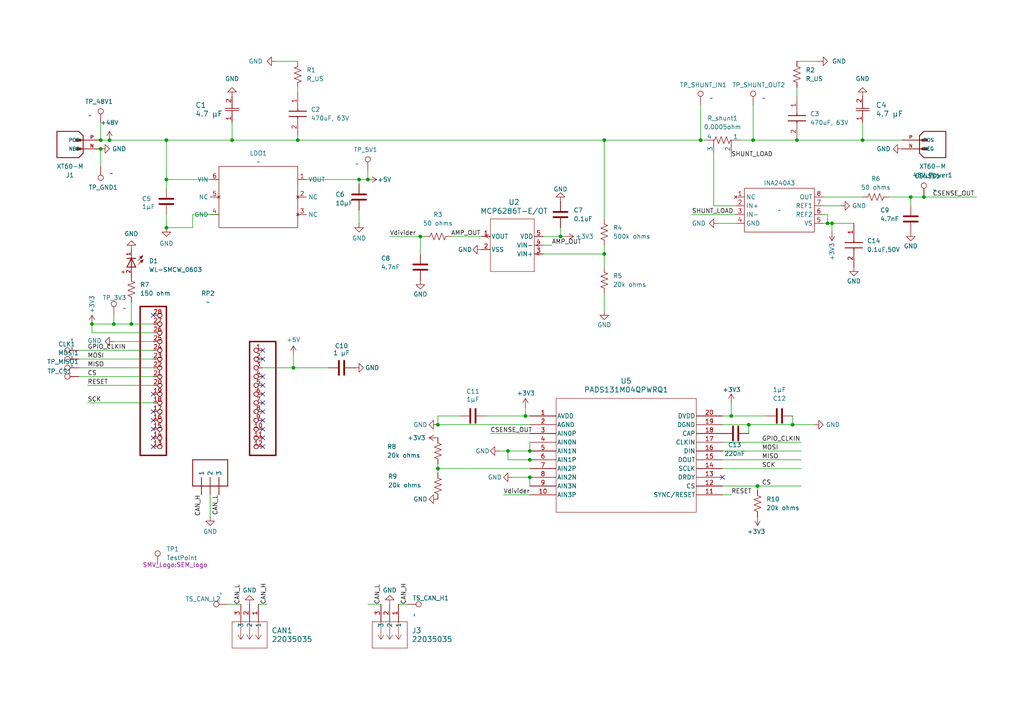
<source format=kicad_sch>
(kicad_sch (version 20231120) (generator "eeschema") (generator_version "8.0")
  (paper "A4")
  (lib_symbols
    (symbol "3-pin Mini Molex Spox_1" (pin_names (offset 0.254))
      (property "Reference" "J" (at 8.89 6.35 0))
      (property "Value" "22035035" (at -3.81 3.81 0))
      (symbol "3-pin Mini Molex Spox_1_1_1"
        (pin unspecified line (at 0 0 0) (length 5.08) (name "1") (number "1"))
        (pin unspecified line (at 0 -2.54 0) (length 5.08) (name "2") (number "2"))
        (pin unspecified line (at 0 -5.08 0) (length 5.08) (name "3") (number "3"))
      )
      (symbol "3-pin Mini Molex Spox_1_1_2"
        (pin unspecified line (at 0 0 0) (length 5.08) (name "1") (number "1"))
        (pin unspecified line (at 0 -2.54 0) (length 5.08) (name "2") (number "2"))
        (pin unspecified line (at 0 -5.08 0) (length 5.08) (name "3") (number "3"))
      )
    )
    (symbol "Connector:TestPoint" (pin_numbers hide) (pin_names (offset 0.762) hide)
      (property "Reference" "TP" (at 0 6.858 0))
      (property "Value" "TestPoint" (at 0 5.08 0))
      (symbol "TestPoint_1_1"
        (pin passive line (at 0 0 90) (length 2.54) (name "1") (number "1"))
      )
    )
    (symbol "Device:C" (pin_numbers hide) (pin_names (offset 0.254))
      (property "Reference" "C" (at 0.635 2.54 0))
      (property "Value" "C" (at 0.635 -2.54 0))
      (symbol "C_1_1"
        (pin passive line (at 0 3.81 270) (length 2.794) (name "~") (number "1"))
        (pin passive line (at 0 -3.81 90) (length 2.794) (name "~") (number "2"))
      )
    )
    (symbol "Device:R_Shunt_US" (pin_numbers hide) (pin_names (offset 0))
      (property "Reference" "R" (at -5.08 0 90))
      (property "Value" "R_Shunt_US" (at -3.048 0 90))
      (symbol "R_Shunt_US_1_1"
        (pin passive line (at 0 5.08 270) (length 2.54) (name "1") (number "1"))
        (pin passive line (at 3.81 2.54 180) (length 2.54) (name "2") (number "2"))
        (pin passive line (at 3.81 -2.54 180) (length 2.54) (name "3") (number "3"))
        (pin passive line (at 0 -5.08 90) (length 2.54) (name "4") (number "4"))
      )
    )
    (symbol "Device:R_US" (pin_numbers hide) (pin_names (offset 0))
      (property "Reference" "R" (at 2.54 0 90))
      (property "Value" "R_US" (at -2.54 0 90))
      (symbol "R_US_1_1"
        (pin passive line (at 0 3.81 270) (length 1.27) (name "~") (number "1"))
        (pin passive line (at 0 -3.81 90) (length 1.27) (name "~") (number "2"))
      )
    )
    (symbol "RP2040_1"
      (property "Reference" "RP2" (at -0.635 38.1 0))
      (property "Value" "~" (at -0.635 35.56 0))
      (symbol "RP2040_1_1_0"
        (pin passive line (at -2.54 -20.32 90) (length 5.08) (name "1") (number "1"))
        (pin passive inverted (at 15.24 21.59 180) (length 2.54) (name "1") (number "1"))
        (pin passive inverted (at 15.24 -1.27 180) (length 2.54) (name "10") (number "10"))
        (pin passive inverted (at 15.24 -3.81 180) (length 2.54) (name "11") (number "11"))
        (pin passive inverted (at 15.24 -6.35 180) (length 2.54) (name "12") (number "12"))
        (pin passive inverted (at -16.51 -6.35 0) (length 2.54) (name "13") (number "13"))
        (pin passive inverted (at -16.51 -3.81 0) (length 2.54) (name "14") (number "14"))
        (pin passive inverted (at -16.51 -1.27 0) (length 2.54) (name "15") (number "15"))
        (pin passive inverted (at -16.51 1.27 0) (length 2.54) (name "16") (number "16"))
        (pin passive inverted (at -16.51 3.81 0) (length 2.54) (name "17") (number "17"))
        (pin passive inverted (at -16.51 6.35 0) (length 2.54) (name "18") (number "18"))
        (pin passive inverted (at -16.51 8.89 0) (length 2.54) (name "19") (number "19"))
        (pin passive line (at 0 -20.32 90) (length 5.08) (name "2") (number "2"))
        (pin passive inverted (at 15.24 19.05 180) (length 2.54) (name "2") (number "2"))
        (pin passive inverted (at -16.51 11.43 0) (length 2.54) (name "20") (number "20"))
        (pin passive inverted (at -16.51 13.97 0) (length 2.54) (name "21") (number "21"))
        (pin passive inverted (at -16.51 16.51 0) (length 2.54) (name "22") (number "22"))
        (pin passive inverted (at -16.51 19.05 0) (length 2.54) (name "23") (number "23"))
        (pin passive inverted (at -16.51 21.59 0) (length 2.54) (name "24") (number "24"))
        (pin passive inverted (at -16.51 24.13 0) (length 2.54) (name "25") (number "25"))
        (pin passive inverted (at -16.51 26.67 0) (length 2.54) (name "26") (number "26"))
        (pin passive inverted (at -16.51 29.21 0) (length 2.54) (name "27") (number "27"))
        (pin passive inverted (at -16.51 31.75 0) (length 2.54) (name "28") (number "28"))
        (pin passive line (at 2.54 -20.32 90) (length 5.08) (name "3") (number "3"))
        (pin passive inverted (at 15.24 16.51 180) (length 2.54) (name "3") (number "3"))
        (pin passive inverted (at 15.24 13.97 180) (length 2.54) (name "4") (number "4"))
        (pin passive inverted (at 15.24 11.43 180) (length 2.54) (name "5") (number "5"))
        (pin passive inverted (at 15.24 8.89 180) (length 2.54) (name "6") (number "6"))
        (pin passive inverted (at 15.24 6.35 180) (length 2.54) (name "7") (number "7"))
        (pin passive inverted (at 15.24 3.81 180) (length 2.54) (name "8") (number "8"))
        (pin passive inverted (at 15.24 1.27 180) (length 2.54) (name "9") (number "9"))
      )
    )
    (symbol "SMV_Custom:3-pin Mini Molex Spox" (pin_names (offset 0.254))
      (property "Reference" "J" (at 8.89 6.35 0))
      (property "Value" "22035035" (at -3.81 3.81 0))
      (symbol "3-pin Mini Molex Spox_1_1"
        (pin unspecified line (at 0 0 0) (length 5.08) (name "1") (number "1"))
        (pin unspecified line (at 0 -2.54 0) (length 5.08) (name "2") (number "2"))
        (pin unspecified line (at 0 -5.08 0) (length 5.08) (name "3") (number "3"))
      )
      (symbol "3-pin Mini Molex Spox_1_2"
        (pin unspecified line (at 0 0 0) (length 5.08) (name "1") (number "1"))
        (pin unspecified line (at 0 -2.54 0) (length 5.08) (name "2") (number "2"))
        (pin unspecified line (at 0 -5.08 0) (length 5.08) (name "3") (number "3"))
      )
    )
    (symbol "SMV_Custom:AP7387-50FDCR-7"
      (property "Reference" "LDO" (at 0 0 0))
      (symbol "AP7387-50FDCR-7_1_1"
        (pin power_out line (at -11.43 5.08 180) (length 2.54) (name "VOUT") (number "1"))
        (pin no_connect line (at -11.43 0 180) (length 2.54) (name "NC") (number "2"))
        (pin no_connect line (at -11.43 -5.08 180) (length 2.54) (name "NC") (number "3"))
        (pin power_out line (at 11.43 -5.08 0) (length 2.54) (name "GND") (number "4"))
        (pin no_connect line (at 11.43 0 0) (length 2.54) (name "NC") (number "5"))
        (pin power_in line (at 11.43 5.08 0) (length 2.54) (name "VIN") (number "6"))
      )
    )
    (symbol "SMV_Custom:Big_Chunky_Cap2" (pin_names hide)
      (property "Reference" "C" (at 5.842 4.318 0))
      (property "Value" "470uF, 63V" (at 8.89 3.81 0))
      (symbol "Big_Chunky_Cap2_1_1"
        (pin passive line (at 0 0 0) (length 5.08) (name "1") (number "1"))
        (pin passive line (at 12.7 0 180) (length 5.08) (name "2") (number "2"))
      )
    )
    (symbol "SMV_Custom:C0805C104K5RACTU" (pin_names hide)
      (property "Reference" "C" (at 5.588 4.572 0))
      (property "Value" "0.1uF,50V" (at 8.89 3.81 0))
      (symbol "C0805C104K5RACTU_1_1"
        (pin passive line (at 0 0 0) (length 5.08) (name "1") (number "1"))
        (pin passive line (at 12.7 0 180) (length 5.08) (name "2") (number "2"))
      )
    )
    (symbol "SMV_Custom:C2220C475M1R2C7186" (pin_names (offset 0.254))
      (property "Reference" "C" (at 3.81 3.81 0))
      (property "Value" "C2220C475M1R2C7186" (at 3.81 -3.81 0))
      (symbol "C2220C475M1R2C7186_1_1"
        (pin unspecified line (at 0 0 0) (length 2.54) (name "") (number "1"))
        (pin unspecified line (at 7.62 0 180) (length 2.54) (name "") (number "2"))
      )
      (symbol "C2220C475M1R2C7186_1_2"
        (pin unspecified line (at 0 0 270) (length 2.54) (name "") (number "1"))
        (pin unspecified line (at 0 -7.62 90) (length 2.54) (name "") (number "2"))
      )
    )
    (symbol "SMV_Custom:INA240A3PWR"
      (property "Reference" "INA240A3PWR" (at 0 8.636 0))
      (symbol "INA240A3PWR_1_1"
        (pin no_connect line (at -12.7 3.81 0) (length 2.54) (name "NC") (number "1"))
        (pin power_in line (at -12.7 1.27 0) (length 2.54) (name "IN+") (number "2"))
        (pin input line (at -12.7 -1.27 0) (length 2.54) (name "IN-") (number "3"))
        (pin power_in line (at -12.7 -3.81 0) (length 2.54) (name "GND") (number "4"))
        (pin power_in line (at 12.7 -3.81 180) (length 2.54) (name "VS") (number "5"))
        (pin power_in line (at 12.7 -1.27 180) (length 2.54) (name "REF2") (number "6"))
        (pin power_in line (at 12.7 1.27 180) (length 2.54) (name "REF1") (number "7"))
        (pin output line (at 12.7 3.81 180) (length 2.54) (name "OUT") (number "8"))
      )
    )
    (symbol "SMV_Custom:MCP6286T-E_OT" (pin_names (offset 0.254))
      (property "Reference" "U2" (at 0.508 12.446 0))
      (property "Value" "MCP6286T-E/OT" (at 0.508 9.906 0))
      (symbol "MCP6286T-E_OT_1_1"
        (pin output line (at -8.89 2.54 0) (length 2.54) (name "VOUT") (number "1"))
        (pin power_in line (at -8.89 -1.27 0) (length 2.54) (name "VSS") (number "2"))
        (pin input line (at 8.89 -2.54 180) (length 2.54) (name "VIN+") (number "3"))
        (pin input line (at 8.89 0 180) (length 2.54) (name "VIN-") (number "4"))
        (pin power_in line (at 8.89 2.54 180) (length 2.54) (name "VDD") (number "5"))
      )
    )
    (symbol "SMV_Custom:PADS131M04QPWRQ1" (pin_names (offset 0.254))
      (property "Reference" "U" (at 27.94 10.16 0))
      (property "Value" "PADS131M04QPWRQ1" (at 27.94 7.62 0))
      (symbol "PADS131M04QPWRQ1_0_1"
        (pin unspecified line (at 0 0 0) (length 7.62) (name "AVDD") (number "1"))
        (pin input line (at 0 -22.86 0) (length 7.62) (name "AIN3P") (number "10"))
        (pin input line (at 55.88 -22.86 180) (length 7.62) (name "SYNC/RESET") (number "11"))
        (pin input line (at 55.88 -20.32 180) (length 7.62) (name "CS") (number "12"))
        (pin output line (at 55.88 -17.78 180) (length 7.62) (name "DRDY") (number "13"))
        (pin input line (at 55.88 -15.24 180) (length 7.62) (name "SCLK") (number "14"))
        (pin output line (at 55.88 -12.7 180) (length 7.62) (name "DOUT") (number "15"))
        (pin input line (at 55.88 -10.16 180) (length 7.62) (name "DIN") (number "16"))
        (pin input line (at 55.88 -7.62 180) (length 7.62) (name "CLKIN") (number "17"))
        (pin output line (at 55.88 -5.08 180) (length 7.62) (name "CAP") (number "18"))
        (pin power_out line (at 55.88 -2.54 180) (length 7.62) (name "DGND") (number "19"))
        (pin power_out line (at 0 -2.54 0) (length 7.62) (name "AGND") (number "2"))
        (pin bidirectional line (at 55.88 0 180) (length 7.62) (name "DVDD") (number "20"))
        (pin input line (at 0 -5.08 0) (length 7.62) (name "AIN0P") (number "3"))
        (pin input line (at 0 -7.62 0) (length 7.62) (name "AIN0N") (number "4"))
        (pin input line (at 0 -10.16 0) (length 7.62) (name "AIN1N") (number "5"))
        (pin input line (at 0 -12.7 0) (length 7.62) (name "AIN1P") (number "6"))
        (pin input line (at 0 -15.24 0) (length 7.62) (name "AIN2P") (number "7"))
        (pin input line (at 0 -17.78 0) (length 7.62) (name "AIN2N") (number "8"))
        (pin input line (at 0 -20.32 0) (length 7.62) (name "AIN3N") (number "9"))
      )
    )
    (symbol "SMV_Custom:WL-SMCW_0603" (pin_names (offset 1.016))
      (property "Reference" "D" (at -1.988 3.972 0))
      (property "Value" "WL-SMCW_0603" (at -2.628 -3.928 0))
      (symbol "WL-SMCW_0603_0_0"
        (text "+" (at 3.08 -1.74 0) (effects (font (size 1.27 1.27)) (justify left bottom)))
        (pin passive line (at -2.54 0 0) (length 2.54) (name "~") (number "1"))
        (pin passive line (at 5.08 0 180) (length 2.54) (name "~") (number "2"))
      )
    )
    (symbol "XT60-M_1" (pin_names (offset 1.016))
      (property "Reference" "J" (at 0 6.35 0))
      (property "Value" "XT60-M" (at 0 -5.08 0))
      (symbol "XT60-M_1_0_0"
        (pin passive line (at -5.08 0 0) (length 5.08) (name "NEG") (number "N"))
        (pin passive line (at -5.08 2.54 0) (length 5.08) (name "POS") (number "P"))
      )
    )
    (symbol "power:+3V3" (power) (pin_numbers hide) (pin_names (offset 0) hide)
      (property "Value" "+3V3" (at 0 3.556 0))
      (symbol "+3V3_1_1"
        (pin power_in line (at 0 0 90) (length 0) (name "~") (number "1"))
      )
    )
    (symbol "power:+48V" (power) (pin_numbers hide) (pin_names (offset 0) hide)
      (property "Value" "+48V" (at 0 3.556 0))
      (symbol "+48V_1_1"
        (pin power_in line (at 0 0 90) (length 0) (name "~") (number "1"))
      )
    )
    (symbol "power:+5V" (power) (pin_numbers hide) (pin_names (offset 0) hide)
      (property "Value" "+5V" (at 0 3.556 0))
      (symbol "+5V_1_1"
        (pin power_in line (at 0 0 90) (length 0) (name "~") (number "1"))
      )
    )
    (symbol "power:GND" (power) (pin_numbers hide) (pin_names (offset 0) hide)
      (property "Value" "GND" (at 0 -3.81 0))
      (symbol "GND_1_1"
        (pin power_in line (at 0 0 270) (length 0) (name "~") (number "1"))
      )
    )
  )
  (junction (at 31.75 40.64))
  (junction (at 217.17 123.19))
  (junction (at 264.16 57.15))
  (junction (at 127 135.89))
  (junction (at 67.31 40.64))
  (junction (at 48.26 40.64))
  (junction (at 29.21 43.18))
  (junction (at 267.97 57.15))
  (junction (at 240.03 64.77))
  (junction (at 152.4 120.65))
  (junction (at 38.1 93.98))
  (junction (at 231.14 40.64))
  (junction (at 229.87 123.19))
  (junction (at 127 123.19))
  (junction (at 106.68 52.07))
  (junction (at 153.67 130.81))
  (junction (at 33.02 93.98))
  (junction (at 48.26 66.04))
  (junction (at 175.26 73.66))
  (junction (at 162.56 68.58))
  (junction (at 175.26 40.64))
  (junction (at 121.92 68.58))
  (junction (at 147.32 130.81))
  (junction (at 86.36 40.64))
  (junction (at 153.67 138.43))
  (junction (at 48.26 52.07))
  (junction (at 203.2 40.64))
  (junction (at 153.67 133.35))
  (junction (at 85.09 106.68))
  (junction (at 29.21 40.64))
  (junction (at 212.09 120.65))
  (junction (at 26.67 93.98))
  (junction (at 104.14 52.07))
  (junction (at 250.19 40.64))
  (junction (at 218.44 40.64))
  (junction (at 219.71 140.97))
  (junction (at 241.3 64.77))
  (no_connect (at 44.45 91.44))
  (no_connect (at 76.2 109.22))
  (no_connect (at 44.45 129.54))
  (no_connect (at 44.45 127))
  (no_connect (at 76.2 124.46))
  (no_connect (at 76.2 104.14))
  (no_connect (at 76.2 114.3))
  (no_connect (at 44.45 121.92))
  (no_connect (at 76.2 116.84))
  (no_connect (at 76.2 121.92))
  (no_connect (at 76.2 101.6))
  (no_connect (at 44.45 124.46))
  (no_connect (at 76.2 111.76))
  (no_connect (at 76.2 127))
  (no_connect (at 76.2 119.38))
  (no_connect (at 76.2 129.54))
  (no_connect (at 209.55 138.43))
  (no_connect (at 44.45 114.3))
  (no_connect (at 44.45 119.38))
  (wire (pts (xy 48.26 40.64) (xy 48.26 52.07)))
  (wire (pts (xy 31.75 40.64) (xy 48.26 40.64)))
  (wire (pts (xy 152.4 118.11) (xy 152.4 120.65)))
  (wire (pts (xy 162.56 66.04) (xy 162.56 68.58)))
  (wire (pts (xy 236.22 123.19) (xy 229.87 123.19)))
  (wire (pts (xy 113.03 68.58) (xy 121.92 68.58)))
  (wire (pts (xy 130.81 68.58) (xy 139.7 68.58)))
  (wire (pts (xy 86.36 17.78) (xy 80.01 17.78)))
  (wire (pts (xy 26.67 93.98) (xy 33.02 93.98)))
  (wire (pts (xy 229.87 120.65) (xy 229.87 123.19)))
  (wire (pts (xy 48.26 62.23) (xy 48.26 66.04)))
  (wire (pts (xy 38.1 87.63) (xy 38.1 93.98)))
  (wire (pts (xy 218.44 30.48) (xy 218.44 40.64)))
  (wire (pts (xy 175.26 40.64) (xy 175.26 63.5)))
  (wire (pts (xy 66.04 175.26) (xy 69.85 175.26)))
  (wire (pts (xy 264.16 57.15) (xy 267.97 57.15)))
  (wire (pts (xy 26.67 96.52) (xy 44.45 96.52)))
  (wire (pts (xy 214.63 40.64) (xy 218.44 40.64)))
  (wire (pts (xy 147.32 130.81) (xy 144.78 130.81)))
  (wire (pts (xy 63.5 52.07) (xy 48.26 52.07)))
  (wire (pts (xy 203.2 30.48) (xy 203.2 40.64)))
  (wire (pts (xy 147.32 130.81) (xy 147.32 133.35)))
  (wire (pts (xy 222.25 120.65) (xy 212.09 120.65)))
  (wire (pts (xy 127 134.62) (xy 127 135.89)))
  (wire (pts (xy 238.76 64.77) (xy 240.03 64.77)))
  (wire (pts (xy 76.2 106.68) (xy 85.09 106.68)))
  (wire (pts (xy 25.4 116.84) (xy 44.45 116.84)))
  (wire (pts (xy 238.76 62.23) (xy 240.03 62.23)))
  (wire (pts (xy 86.36 52.07) (xy 104.14 52.07)))
  (wire (pts (xy 127 137.16) (xy 127 135.89)))
  (wire (pts (xy 207.01 44.45) (xy 207.01 59.69)))
  (wire (pts (xy 209.55 140.97) (xy 219.71 140.97)))
  (wire (pts (xy 175.26 71.12) (xy 175.26 73.66)))
  (wire (pts (xy 212.09 116.84) (xy 212.09 120.65)))
  (wire (pts (xy 208.28 64.77) (xy 213.36 64.77)))
  (wire (pts (xy 127 123.19) (xy 153.67 123.19)))
  (wire (pts (xy 55.88 62.23) (xy 55.88 66.04)))
  (wire (pts (xy 67.31 40.64) (xy 86.36 40.64)))
  (wire (pts (xy 133.35 120.65) (xy 127 120.65)))
  (wire (pts (xy 148.59 138.43) (xy 153.67 138.43)))
  (wire (pts (xy 231.14 40.64) (xy 250.19 40.64)))
  (wire (pts (xy 140.97 120.65) (xy 152.4 120.65)))
  (wire (pts (xy 241.3 64.77) (xy 247.65 64.77)))
  (wire (pts (xy 264.16 57.15) (xy 264.16 59.69)))
  (wire (pts (xy 121.92 68.58) (xy 123.19 68.58)))
  (wire (pts (xy 153.67 128.27) (xy 153.67 130.81)))
  (wire (pts (xy 22.86 101.6) (xy 44.45 101.6)))
  (wire (pts (xy 48.26 52.07) (xy 48.26 54.61)))
  (wire (pts (xy 33.02 99.06) (xy 44.45 99.06)))
  (wire (pts (xy 238.76 57.15) (xy 250.19 57.15)))
  (wire (pts (xy 212.09 120.65) (xy 209.55 120.65)))
  (wire (pts (xy 209.55 123.19) (xy 217.17 123.19)))
  (wire (pts (xy 104.14 53.34) (xy 104.14 52.07)))
  (wire (pts (xy 104.14 64.77) (xy 104.14 60.96)))
  (wire (pts (xy 106.68 52.07) (xy 104.14 52.07)))
  (wire (pts (xy 200.66 62.23) (xy 213.36 62.23)))
  (wire (pts (xy 209.55 130.81) (xy 232.41 130.81)))
  (wire (pts (xy 219.71 140.97) (xy 232.41 140.97)))
  (wire (pts (xy 22.86 106.68) (xy 44.45 106.68)))
  (wire (pts (xy 160.02 71.12) (xy 157.48 71.12)))
  (wire (pts (xy 86.36 40.64) (xy 175.26 40.64)))
  (wire (pts (xy 267.97 57.15) (xy 283.21 57.15)))
  (wire (pts (xy 157.48 73.66) (xy 175.26 73.66)))
  (wire (pts (xy 217.17 123.19) (xy 217.17 125.73)))
  (wire (pts (xy 127 120.65) (xy 127 123.19)))
  (wire (pts (xy 257.81 57.15) (xy 264.16 57.15)))
  (wire (pts (xy 44.45 93.98) (xy 38.1 93.98)))
  (wire (pts (xy 231.14 25.4) (xy 231.14 27.94)))
  (wire (pts (xy 163.83 68.58) (xy 162.56 68.58)))
  (wire (pts (xy 86.36 25.4) (xy 86.36 26.67)))
  (wire (pts (xy 33.02 91.44) (xy 33.02 93.98)))
  (wire (pts (xy 106.68 49.53) (xy 106.68 52.07)))
  (wire (pts (xy 121.92 68.58) (xy 121.92 73.66)))
  (wire (pts (xy 26.67 93.98) (xy 26.67 96.52)))
  (wire (pts (xy 142.24 125.73) (xy 153.67 125.73)))
  (wire (pts (xy 175.26 40.64) (xy 203.2 40.64)))
  (wire (pts (xy 153.67 138.43) (xy 153.67 140.97)))
  (wire (pts (xy 106.68 175.26) (xy 110.49 175.26)))
  (wire (pts (xy 85.09 106.68) (xy 95.25 106.68)))
  (wire (pts (xy 127 135.89) (xy 153.67 135.89)))
  (wire (pts (xy 22.86 109.22) (xy 44.45 109.22)))
  (wire (pts (xy 175.26 85.09) (xy 175.26 90.17)))
  (wire (pts (xy 238.76 59.69) (xy 243.84 59.69)))
  (wire (pts (xy 86.36 39.37) (xy 86.36 40.64)))
  (wire (pts (xy 250.19 40.64) (xy 261.62 40.64)))
  (wire (pts (xy 22.86 104.14) (xy 44.45 104.14)))
  (wire (pts (xy 212.09 45.72) (xy 212.09 44.45)))
  (wire (pts (xy 60.96 149.86) (xy 60.96 143.51)))
  (wire (pts (xy 152.4 120.65) (xy 153.67 120.65)))
  (wire (pts (xy 77.47 175.26) (xy 74.93 175.26)))
  (wire (pts (xy 55.88 62.23) (xy 63.5 62.23)))
  (wire (pts (xy 219.71 142.24) (xy 219.71 140.97)))
  (wire (pts (xy 48.26 66.04) (xy 55.88 66.04)))
  (wire (pts (xy 240.03 64.77) (xy 241.3 64.77)))
  (wire (pts (xy 153.67 130.81) (xy 147.32 130.81)))
  (wire (pts (xy 67.31 35.56) (xy 67.31 40.64)))
  (wire (pts (xy 231.14 17.78) (xy 237.49 17.78)))
  (wire (pts (xy 147.32 133.35) (xy 153.67 133.35)))
  (wire (pts (xy 29.21 48.26) (xy 29.21 43.18)))
  (wire (pts (xy 85.09 102.87) (xy 85.09 106.68)))
  (wire (pts (xy 118.11 175.26) (xy 115.57 175.26)))
  (wire (pts (xy 229.87 123.19) (xy 217.17 123.19)))
  (wire (pts (xy 250.19 35.56) (xy 250.19 40.64)))
  (wire (pts (xy 29.21 35.56) (xy 29.21 40.64)))
  (wire (pts (xy 241.3 67.31) (xy 241.3 64.77)))
  (wire (pts (xy 209.55 135.89) (xy 232.41 135.89)))
  (wire (pts (xy 207.01 59.69) (xy 213.36 59.69)))
  (wire (pts (xy 175.26 73.66) (xy 175.26 77.47)))
  (wire (pts (xy 204.47 40.64) (xy 203.2 40.64)))
  (wire (pts (xy 209.55 128.27) (xy 232.41 128.27)))
  (wire (pts (xy 146.05 143.51) (xy 153.67 143.51)))
  (wire (pts (xy 29.21 40.64) (xy 31.75 40.64)))
  (wire (pts (xy 212.09 143.51) (xy 209.55 143.51)))
  (wire (pts (xy 209.55 133.35) (xy 232.41 133.35)))
  (wire (pts (xy 162.56 68.58) (xy 157.48 68.58)))
  (wire (pts (xy 158.75 133.35) (xy 153.67 133.35)))
  (wire (pts (xy 25.4 111.76) (xy 44.45 111.76)))
  (wire (pts (xy 38.1 93.98) (xy 33.02 93.98)))
  (wire (pts (xy 48.26 40.64) (xy 67.31 40.64)))
  (wire (pts (xy 240.03 62.23) (xy 240.03 64.77)))
  (wire (pts (xy 218.44 40.64) (xy 231.14 40.64)))
  (label "MOSI" (at 25.4 104.14 0))
  (label "CS" (at 220.98 140.97 0))
  (label "CSENSE_OUT" (at 270.51 57.15 0))
  (label "SHUNT_LOAD" (at 212.09 45.72 0))
  (label "CAN_H" (at 58.42 143.51 270))
  (label "MOSI" (at 220.98 130.81 0))
  (label "AMP_OUT" (at 130.81 68.58 0))
  (label "RESET" (at 212.09 143.51 0))
  (label "CAN_H" (at 118.11 175.26 90))
  (label "SCK" (at 25.4 116.84 0))
  (label "CS" (at 25.4 109.22 0))
  (label "CAN_L" (at 69.85 175.26 90))
  (label "GPIO_CLKIN" (at 220.98 128.27 0))
  (label "Vdivider" (at 146.05 143.51 0))
  (label "CAN_L" (at 110.49 175.26 90))
  (label "Vdivider" (at 113.03 68.58 0))
  (label "CAN_H" (at 77.47 175.26 90))
  (label "SHUNT_LOAD" (at 200.66 62.23 0))
  (label "MISO" (at 25.4 106.68 0))
  (label "MISO" (at 220.98 133.35 0))
  (label "SCK" (at 220.98 135.89 0))
  (label "AMP_OUT" (at 160.02 71.12 0))
  (label "CSENSE_OUT" (at 142.24 125.73 0))
  (label "CAN_L" (at 63.5 143.51 270))
  (label "RESET" (at 25.4 111.76 0))
  (label "GPIO_CLKIN" (at 25.4 101.6 0))
  (symbol (lib_id "Device:C") (at 162.56 62.23 0) (unit 1)
    (property "Reference" "C7" (at 166.37 60.9599 0) (effects (justify left)))
    (property "Value" "0.1uF" (at 166.37 63.4999 0) (effects (justify left)))
    (property "Footprint" "SMV_Passives:Cap0805" (effects (hide yes)))
    (property "Datasheet" "C0805F104K5RACAUTO" (effects (hide yes)))
    (property "Description" "C141162" (effects (hide yes)))
  )
  (symbol (lib_id "power:GND") (at 60.96 149.86 0) (unit 1)
    (property "Reference" "#PWR011" (effects (hide yes)))
    (property "Value" "GND" (at 60.96 154.178 0))
    (property "Description" "Power symbol creates a global label with name \"GND\" , ground" (effects (hide yes)))
  )
  (symbol (lib_id "Device:R_US") (at 127 130.81 0) (unit 1)
    (property "Reference" "R8" (at 112.268 129.54 0) (effects (justify left)))
    (property "Value" "20k ohms" (at 112.268 132.08 0) (effects (justify left)))
    (property "Footprint" "SMV_Passives:0603_resistors" (effects (hide yes)))
    (property "Datasheet" "TNPW060320K0BEEA" (effects (hide yes)))
    (property "Description" "C844676" (effects (hide yes)))
  )
  (symbol (lib_id "Device:C") (at 121.92 77.47 0) (unit 1)
    (property "Reference" "C8" (at 110.49 74.93 0) (effects (justify left)))
    (property "Value" "4.7nF" (at 110.49 77.47 0) (effects (justify left)))
    (property "Footprint" "SMV_Passives:CAPC17595_87N_KEM" (effects (hide yes)))
    (property "Datasheet" "C0603C472K5RACAUTO" (effects (hide yes)))
    (property "Description" "C141106" (effects (hide yes)))
  )
  (symbol (lib_id "power:GND") (at 127 123.19 270) (unit 1)
    (property "Reference" "#PWR016" (effects (hide yes)))
    (property "Value" "GND" (at 121.92 123.19 90))
    (property "Description" "Power symbol creates a global label with name \"GND\" , ground" (effects (hide yes)))
  )
  (symbol (lib_id "power:GND") (at 48.26 66.04 0) (mirror y) (unit 1)
    (property "Reference" "#PWR021" (effects (hide yes)))
    (property "Value" "GND" (at 46.228 70.612 0) (effects (justify right)))
    (property "Description" "Power symbol creates a global label with name \"GND\" , ground" (effects (hide yes)))
  )
  (symbol (lib_id "power:GND") (at 162.56 58.42 180) (unit 1)
    (property "Reference" "#PWR031" (effects (hide yes)))
    (property "Value" "GND" (at 162.56 54.864 0))
    (property "Description" "Power symbol creates a global label with name \"GND\" , ground" (effects (hide yes)))
  )
  (symbol (lib_id "Connector:TestPoint") (at 33.02 91.44 0) (unit 1)
    (property "Reference" "TP_3V3" (at 29.718 86.36 0) (effects (justify left)))
    (property "Value" "~" (at 35.56 89.408 0) (effects (justify left)))
    (property "Footprint" "TestPoint:TestPoint_Pad_D2.5mm" (effects (hide yes)))
  )
  (symbol (lib_id "power:GND") (at 127 144.78 270) (unit 1)
    (property "Reference" "#PWR026" (effects (hide yes)))
    (property "Value" "GND" (at 121.92 144.78 90))
    (property "Description" "Power symbol creates a global label with name \"GND\" , ground" (effects (hide yes)))
  )
  (symbol (lib_id "Device:C") (at 99.06 106.68 90) (unit 1)
    (property "Reference" "C10" (at 99.06 100.33 90))
    (property "Value" "1 µF" (at 99.06 102.362 90))
    (property "Footprint" "SMV_Passives:Cap0805" (effects (hide yes)))
    (property "Datasheet" "C0805X105K5RACAUTO" (effects (hide yes)))
    (property "Description" "C3858054" (effects (hide yes)))
  )
  (symbol (lib_id "Connector:TestPoint") (at 45.72 163.83 0) (unit 1)
    (property "Reference" "TP1" (at 48.26 159.2579 0) (effects (justify left)))
    (property "Value" "TestPoint" (at 48.26 161.7979 0) (effects (justify left)))
    (property "Footprint" "SMV_Logo:SEM_logo" (at 50.8 163.83 0))
    (property "Description" "test point" (effects (hide yes)))
  )
  (symbol (lib_id "power:GND") (at 237.49 17.78 90) (unit 1)
    (property "Reference" "#PWR08" (effects (hide yes)))
    (property "Value" "GND" (at 241.3 17.7799 90) (effects (justify right)))
    (property "Description" "Power symbol creates a global label with name \"GND\" , ground" (effects (hide yes)))
  )
  (symbol (lib_id "power:GND") (at 148.59 138.43 270) (unit 1)
    (property "Reference" "#PWR027" (effects (hide yes)))
    (property "Value" "GND" (at 143.51 138.43 90))
    (property "Description" "Power symbol creates a global label with name \"GND\" , ground" (effects (hide yes)))
  )
  (symbol (lib_id "power:+3V3") (at 219.71 149.86 180) (unit 1)
    (property "Reference" "#PWR029" (effects (hide yes)))
    (property "Value" "+3V3" (at 221.996 154.178 0) (effects (justify left)))
    (property "Description" "Power symbol creates a global label with name \"+3V3\"" (effects (hide yes)))
  )
  (symbol (lib_id "Connector:TestPoint") (at 22.86 109.22 90) (unit 1)
    (property "Reference" "TP_CS1" (at 20.828 107.696 90) (effects (justify left)))
    (property "Value" "~" (at 20.828 106.68 0) (effects (justify left)))
    (property "Footprint" "TestPoint:TestPoint_Pad_D2.5mm" (effects (hide yes)))
  )
  (symbol (lib_id "power:GND") (at 247.65 77.47 0) (unit 1)
    (property "Reference" "#PWR037" (effects (hide yes)))
    (property "Value" "GND" (at 247.65 81.534 0))
    (property "Description" "Power symbol creates a global label with name \"GND\" , ground" (effects (hide yes)))
  )
  (symbol (lib_id "Connector:TestPoint") (at 267.97 57.15 0) (unit 1)
    (property "Reference" "CSNSE1" (at 265.176 51.054 0) (effects (justify left)))
    (property "Value" "~" (at 270.51 55.118 0) (effects (justify left)))
    (property "Footprint" "TestPoint:TestPoint_Pad_D2.5mm" (effects (hide yes)))
  )
  (symbol (lib_id "power:+3V3") (at 152.4 118.11 0) (unit 1)
    (property "Reference" "#PWR022" (effects (hide yes)))
    (property "Value" "+3V3" (at 149.86 114.046 0) (effects (justify left)))
    (property "Description" "Power symbol creates a global label with name \"+3V3\"" (effects (hide yes)))
  )
  (symbol (lib_id "Connector:TestPoint") (at 22.86 106.68 90) (unit 1)
    (property "Reference" "TP_MISO1" (at 22.86 104.902 90) (effects (justify left)))
    (property "Value" "~" (at 20.828 104.14 0) (effects (justify left)))
    (property "Footprint" "TestPoint:TestPoint_Pad_D2.5mm" (effects (hide yes)))
  )
  (symbol (lib_id "power:GND") (at 264.16 67.31 0) (unit 1)
    (property "Reference" "#PWR032" (effects (hide yes)))
    (property "Value" "GND" (at 264.16 71.374 0))
    (property "Description" "Power symbol creates a global label with name \"GND\" , ground" (effects (hide yes)))
  )
  (symbol (lib_id "power:+3V3") (at 241.3 67.31 180) (unit 1)
    (property "Reference" "#PWR020" (effects (hide yes)))
    (property "Value" "+3V3" (at 241.3 70.358 90) (effects (justify left)))
    (property "Description" "Power symbol creates a global label with name \"+3V3\"" (effects (hide yes)))
  )
  (symbol (lib_id "Device:C") (at 104.14 57.15 0) (mirror y) (unit 1)
    (property "Reference" "C6" (at 97.282 56.388 0) (effects (justify right)))
    (property "Value" "10μF" (at 97.282 58.928 0) (effects (justify right)))
    (property "Footprint" "SMV_Passives:Cap0805" (effects (hide yes)))
    (property "Datasheet" "C0805C106K8RACAUTO" (effects (hide yes)))
    (property "Description" "C696369" (effects (hide yes)))
  )
  (symbol (lib_id "power:+3V3") (at 163.83 68.58 270) (unit 1)
    (property "Reference" "#PWR02" (effects (hide yes)))
    (property "Value" "+3V3" (at 166.878 68.58 90) (effects (justify left)))
    (property "Description" "Power symbol creates a global label with name \"+3V3\"" (effects (hide yes)))
  )
  (symbol (lib_id "Connector:TestPoint") (at 29.21 35.56 0) (mirror y) (unit 1)
    (property "Reference" "TP_48V1" (at 32.766 29.464 0) (effects (justify left)))
    (property "Value" "~" (at 26.67 33.528 0) (effects (justify left)))
    (property "Footprint" "TestPoint:TestPoint_Pad_D2.5mm" (effects (hide yes)))
  )
  (symbol (lib_id "Device:R_Shunt_US") (at 209.55 40.64 270) (unit 1)
    (property "Reference" "R_shunt1" (at 209.55 34.29 90))
    (property "Value" "0.0005ohm" (at 209.55 36.83 90))
    (property "Footprint" "SMV_Passives:RES_PSR400IT_ROM-L" (effects (hide yes)))
  )
  (symbol (lib_name "XT60-M_1") (lib_id "SMV_Custom:XT60-M") (at 266.7 43.18 0) (unit 1)
    (property "Reference" "48V_Power1" (at 270.51 50.8 0))
    (property "Value" "XT60-M" (at 270.51 48.26 0))
    (property "Footprint" "SMV_Connectors:AMASS_XT60-M" (effects (hide yes)))
    (property "MF" "AMASS" (effects (hide yes)))
    (property "MAXIMUM_PACKAGE_HEIGHT" "16.00 mm" (effects (hide yes)))
    (property "Package" "Package" (effects (hide yes)))
    (property "Price" "None" (effects (hide yes)))
    (property "Check_prices" "https://www.snapeda.com/parts/XT60-M/AMASS/view-part/?ref=eda" (effects (hide yes)))
    (property "STANDARD" "IPC 7351B" (effects (hide yes)))
    (property "PARTREV" "V1.2" (effects (hide yes)))
    (property "SnapEDA_Link" "https://www.snapeda.com/parts/XT60-M/AMASS/view-part/?ref=snap" (effects (hide yes)))
    (property "MP" "XT60-M" (effects (hide yes)))
    (property "Description_1" "\n                        \n                            Plug; DC supply; XT60; male; PIN: 2; for cable; soldered; 30A; 500V\n                        \n" (effects (hide yes)))
    (property "Availability" "Not in stock" (effects (hide yes)))
    (property "MANUFACTURER" "AMASS" (effects (hide yes)))
  )
  (symbol (lib_id "Device:R_US") (at 38.1 83.82 0) (unit 1)
    (property "Reference" "R7" (at 40.64 82.5499 0) (effects (justify left)))
    (property "Value" "150 ohm" (at 40.64 85.0899 0) (effects (justify left)))
    (property "Footprint" "SMV_Passives:0805RESC2012X60N" (effects (hide yes)))
    (property "Datasheet" "CRCW0805150RFKEA" (effects (hide yes)))
    (property "Description" "C844818" (effects (hide yes)))
  )
  (symbol (lib_name "3-pin Mini Molex Spox_1") (lib_id "SMV_Custom:3-pin Mini Molex Spox") (at 115.57 175.26 270) (unit 1)
    (property "Reference" "J3" (at 119.38 182.8799 90) (effects (font (size 1.524 1.524)) (justify left)))
    (property "Value" "22035035" (at 119.38 185.4199 90) (effects (font (size 1.524 1.524)) (justify left)))
    (property "Footprint" "SMV_Connectors:3pin_CON_22035035_MOL" (effects (hide yes)))
    (property "Datasheet" "3-pin Mini Molex Spox" (effects (hide yes)))
  )
  (symbol (lib_id "Device:R_US") (at 127 68.58 90) (unit 1)
    (property "Reference" "R3" (at 127 62.23 90))
    (property "Value" "50 ohms" (at 127 64.77 90))
    (property "Footprint" "SMV_Passives:0805RESC2012X60N" (effects (hide yes)))
    (property "Datasheet" "CRCW080549R9FKEA" (effects (hide yes)))
    (property "Description" "C844847" (effects (hide yes)))
  )
  (symbol (lib_id "Device:R_US") (at 175.26 81.28 0) (unit 1)
    (property "Reference" "R5" (at 177.8 80.0099 0) (effects (justify left)))
    (property "Value" "20k ohms" (at 177.8 82.5499 0) (effects (justify left)))
    (property "Footprint" "SMV_Passives:0603_resistors" (effects (hide yes)))
    (property "Datasheet" "TNPW060320K0BEEA" (effects (hide yes)))
    (property "Description" "C844676" (effects (hide yes)))
  )
  (symbol (lib_id "power:GND") (at 67.31 27.94 0) (mirror x) (unit 1)
    (property "Reference" "#PWR036" (effects (hide yes)))
    (property "Value" "GND" (at 67.31 22.86 0))
    (property "Description" "Power symbol creates a global label with name \"GND\" , ground" (effects (hide yes)))
  )
  (symbol (lib_id "power:+5V") (at 106.68 52.07 270) (mirror x) (unit 1)
    (property "Reference" "#PWR09" (effects (hide yes)))
    (property "Value" "+5V" (at 111.506 52.07 90))
    (property "Description" "Power symbol creates a global label with name \"+5V\"" (effects (hide yes)))
  )
  (symbol (lib_id "Device:R_US") (at 254 57.15 90) (unit 1)
    (property "Reference" "R6" (at 254 51.816 90))
    (property "Value" "50 ohms" (at 254 54.356 90))
    (property "Footprint" "SMV_Passives:0805RESC2012X60N" (effects (hide yes)))
    (property "Datasheet" "CRCW080549R9FKEA" (effects (hide yes)))
    (property "Description" "C844847" (effects (hide yes)))
  )
  (symbol (lib_id "Device:R_US") (at 127 140.97 180) (unit 1)
    (property "Reference" "R9" (at 112.522 138.176 0) (effects (justify right)))
    (property "Value" "20k ohms" (at 112.522 140.716 0) (effects (justify right)))
    (property "Footprint" "SMV_Passives:0603_resistors" (effects (hide yes)))
    (property "Datasheet" "TNPW060320K0BEEA" (effects (hide yes)))
    (property "Description" "C844676" (effects (hide yes)))
  )
  (symbol (lib_id "Device:C") (at 137.16 120.65 90) (unit 1)
    (property "Reference" "C11" (at 137.16 113.538 90))
    (property "Value" "1μF" (at 137.16 115.824 90))
    (property "Footprint" "SMV_Passives:Cap0805" (effects (hide yes)))
    (property "Datasheet" "C0805X105K5RACAUTO" (effects (hide yes)))
    (property "Description" "C3858054" (effects (hide yes)))
  )
  (symbol (lib_id "Connector:TestPoint") (at 22.86 104.14 90) (unit 1)
    (property "Reference" "MOSI1" (at 22.86 102.362 90) (effects (justify left)))
    (property "Value" "~" (at 20.828 101.6 0) (effects (justify left)))
    (property "Footprint" "TestPoint:TestPoint_Pad_D2.5mm" (effects (hide yes)))
  )
  (symbol (lib_id "Connector:TestPoint") (at 29.21 48.26 0) (mirror x) (unit 1)
    (property "Reference" "TP_GND1" (at 25.654 54.356 0) (effects (justify left)))
    (property "Value" "~" (at 31.75 50.292 0) (effects (justify left)))
    (property "Footprint" "TestPoint:TestPoint_Pad_D2.5mm" (effects (hide yes)))
  )
  (symbol (lib_id "Device:C") (at 226.06 120.65 90) (unit 1)
    (property "Reference" "C12" (at 226.06 115.57 90))
    (property "Value" "1μF" (at 226.06 113.03 90))
    (property "Footprint" "SMV_Passives:Cap0805" (effects (hide yes)))
    (property "Datasheet" "C0805X105K5RACAUTO" (effects (hide yes)))
    (property "Description" "C3858054" (effects (hide yes)))
  )
  (symbol (lib_id "power:GND") (at 38.1 72.39 0) (mirror x) (unit 1)
    (property "Reference" "#PWR028" (effects (hide yes)))
    (property "Value" "GND" (at 40.132 67.818 0) (effects (justify right)))
    (property "Description" "Power symbol creates a global label with name \"GND\" , ground" (effects (hide yes)))
  )
  (symbol (lib_id "power:+3V3") (at 212.09 116.84 0) (unit 1)
    (property "Reference" "#PWR023" (effects (hide yes)))
    (property "Value" "+3V3" (at 209.55 113.03 0) (effects (justify left)))
    (property "Description" "Power symbol creates a global label with name \"+3V3\"" (effects (hide yes)))
  )
  (symbol (lib_name "XT60-M_1") (lib_id "SMV_Custom:XT60-M") (at 24.13 43.18 0) (mirror y) (unit 1)
    (property "Reference" "J1" (at 20.32 50.8 0))
    (property "Value" "XT60-M" (at 20.32 48.26 0))
    (property "Footprint" "SMV_Connectors:AMASS_XT60-M" (effects (hide yes)))
    (property "MF" "AMASS" (effects (hide yes)))
    (property "MAXIMUM_PACKAGE_HEIGHT" "16.00 mm" (effects (hide yes)))
    (property "Package" "Package" (effects (hide yes)))
    (property "Price" "None" (effects (hide yes)))
    (property "Check_prices" "https://www.snapeda.com/parts/XT60-M/AMASS/view-part/?ref=eda" (effects (hide yes)))
    (property "STANDARD" "IPC 7351B" (effects (hide yes)))
    (property "PARTREV" "V1.2" (effects (hide yes)))
    (property "SnapEDA_Link" "https://www.snapeda.com/parts/XT60-M/AMASS/view-part/?ref=snap" (effects (hide yes)))
    (property "MP" "XT60-M" (effects (hide yes)))
    (property "Description_1" "\n                        \n                            Plug; DC supply; XT60; male; PIN: 2; for cable; soldered; 30A; 500V\n                        \n" (effects (hide yes)))
    (property "Availability" "Not in stock" (effects (hide yes)))
    (property "MANUFACTURER" "AMASS" (effects (hide yes)))
  )
  (symbol (lib_id "power:GND") (at 175.26 90.17 0) (unit 1)
    (property "Reference" "#PWR014" (effects (hide yes)))
    (property "Value" "GND" (at 175.26 94.234 0))
    (property "Description" "Power symbol creates a global label with name \"GND\" , ground" (effects (hide yes)))
  )
  (symbol (lib_id "power:+48V") (at 31.75 40.64 0) (unit 1)
    (property "Reference" "#PWR06" (effects (hide yes)))
    (property "Value" "+48V" (at 31.75 35.56 0))
    (property "Description" "Power symbol creates a global label with name \"+48V\"" (effects (hide yes)))
  )
  (symbol (lib_id "Device:R_US") (at 175.26 67.31 0) (unit 1)
    (property "Reference" "R4" (at 177.8 66.0399 0) (effects (justify left)))
    (property "Value" "500k ohms" (at 177.8 68.5799 0) (effects (justify left)))
    (property "Footprint" "SMV_Passives:0805RESC2012X60N" (effects (hide yes)))
    (property "Datasheet" "TNPW0805499KBEEN" (effects (hide yes)))
    (property "Description" "C1356663" (effects (hide yes)))
  )
  (symbol (lib_id "power:GND") (at 72.39 175.26 180) (unit 1)
    (property "Reference" "#PWR030" (effects (hide yes)))
    (property "Value" "GND" (at 72.39 171.196 0))
    (property "Description" "Power symbol creates a global label with name \"GND\" , ground" (effects (hide yes)))
  )
  (symbol (lib_id "Connector:TestPoint") (at 218.44 30.48 0) (unit 1)
    (property "Reference" "TP_SHUNT_OUT2" (at 212.344 24.638 0) (effects (justify left)))
    (property "Value" "~" (at 220.98 28.448 0) (effects (justify left)))
    (property "Footprint" "TestPoint:TestPoint_Pad_D2.5mm" (effects (hide yes)))
  )
  (symbol (lib_id "power:GND") (at 102.87 106.68 90) (unit 1)
    (property "Reference" "#PWR033" (effects (hide yes)))
    (property "Value" "GND" (at 107.95 106.68 90))
    (property "Description" "Power symbol creates a global label with name \"GND\" , ground" (effects (hide yes)))
  )
  (symbol (lib_id "power:GND") (at 236.22 123.19 90) (unit 1)
    (property "Reference" "#PWR017" (effects (hide yes)))
    (property "Value" "GND" (at 241.554 123.19 90))
    (property "Description" "Power symbol creates a global label with name \"GND\" , ground" (effects (hide yes)))
  )
  (symbol (lib_id "SMV_Custom:C0805C104K5RACTU") (at 247.65 64.77 270) (unit 1)
    (property "Reference" "C14" (at 251.46 69.8499 90) (effects (justify left)))
    (property "Value" "0.1uF,50V" (at 251.46 72.3899 90) (effects (justify left)))
    (property "Footprint" "SMV_Passives:Cap0805" (effects (hide yes)))
    (property "Datasheet" "C0805F104K5RACAUTO" (effects (hide yes)))
    (property "Description" "C141162" (effects (hide yes)))
    (property "Height" "1.1" (effects (hide yes)))
    (property "Manufacturer_Name" "KEMET" (effects (hide yes)))
    (property "Manufacturer_Part_Number" "C0805C104K5RACTU" (effects (hide yes)))
    (property "Mouser Part Number" "80-C0805C104K5R" (effects (hide yes)))
    (property "Mouser Price/Stock" "https://www.mouser.co.uk/ProductDetail/KEMET/C0805C104K5RACTU?qs=Pc30aiB8zWUISNb2Qeyxfw%3D%3D" (effects (hide yes)))
    (property "Arrow Part Number" "C0805C104K5RACTU" (effects (hide yes)))
    (property "Arrow Price/Stock" "https://www.arrow.com/en/products/c0805c104k5ractu/kemet-corporation?region=nac" (effects (hide yes)))
  )
  (symbol (lib_id "power:GND") (at 139.7 72.39 270) (unit 1)
    (property "Reference" "#PWR01" (effects (hide yes)))
    (property "Value" "GND" (at 134.874 72.39 90))
    (property "Description" "Power symbol creates a global label with name \"GND\" , ground" (effects (hide yes)))
  )
  (symbol (lib_id "power:GND") (at 121.92 81.28 0) (unit 1)
    (property "Reference" "#PWR04" (effects (hide yes)))
    (property "Value" "GND" (at 121.92 85.344 0))
    (property "Description" "Power symbol creates a global label with name \"GND\" , ground" (effects (hide yes)))
  )
  (symbol (lib_id "SMV_Custom:INA240A3PWR") (at 226.06 60.96 0) (unit 1)
    (property "Reference" "INA240A3" (at 226.06 53.086 0))
    (property "Value" "~" (at 226.06 60.96 0))
    (property "Footprint" "SMV_ICs:SOP65P640X120-8N" (effects (hide yes)))
    (property "Description" "C544538" (effects (hide yes)))
  )
  (symbol (lib_id "SMV_Custom:C2220C475M1R2C7186") (at 250.19 35.56 90) (unit 1)
    (property "Reference" "C4" (at 254 30.4799 90) (effects (font (size 1.524 1.524)) (justify right)))
    (property "Value" "4.7 µF" (at 254 33.0199 90) (effects (font (size 1.524 1.524)) (justify right)))
    (property "Footprint" "SMV_Passives:CAPC340180_180N_KEM" (effects (hide yes)))
    (property "Datasheet" "GRM31CC72A475KE11L" (effects (hide yes)))
    (property "Description" "C237304" (effects (hide yes)))
  )
  (symbol (lib_id "Device:R_US") (at 219.71 146.05 180) (unit 1)
    (property "Reference" "R10" (at 222.25 144.7799 0) (effects (justify right)))
    (property "Value" "20k ohms" (at 222.25 147.3199 0) (effects (justify right)))
    (property "Footprint" "SMV_Passives:0603_resistors" (effects (hide yes)))
    (property "Datasheet" "TNPW060320K0BEEA" (effects (hide yes)))
    (property "Description" "C844676" (effects (hide yes)))
  )
  (symbol (lib_id "power:GND") (at 104.14 64.77 0) (mirror y) (unit 1)
    (property "Reference" "#PWR024" (effects (hide yes)))
    (property "Value" "GND" (at 102.108 69.088 0) (effects (justify right)))
    (property "Description" "Power symbol creates a global label with name \"GND\" , ground" (effects (hide yes)))
  )
  (symbol (lib_id "Device:R_US") (at 86.36 21.59 0) (mirror y) (unit 1)
    (property "Reference" "R1" (at 88.9 20.3199 0) (effects (justify right)))
    (property "Value" "R_US" (at 88.9 22.8599 0) (effects (justify right)))
    (property "Footprint" "Resistor_THT:R_Axial_DIN0204_L3.6mm_D1.6mm_P1.90mm_Vertical" (effects (hide yes)))
  )
  (symbol (lib_id "Device:C") (at 48.26 58.42 0) (mirror y) (unit 1)
    (property "Reference" "C5" (at 41.148 57.658 0) (effects (justify right)))
    (property "Value" "1μF" (at 41.148 59.944 0) (effects (justify right)))
    (property "Footprint" "SMV_Passives:Cap0805" (effects (hide yes)))
    (property "Datasheet" "C0805X105K5RACAUTO" (effects (hide yes)))
    (property "Description" "C3858054" (effects (hide yes)))
  )
  (symbol (lib_name "RP2040_1") (lib_id "SMV_Custom:RP2040") (at 60.96 123.19 0) (unit 1)
    (property "Reference" "RP2" (at 60.325 85.09 0))
    (property "Value" "~" (at 60.325 87.63 0))
    (property "Footprint" "SMV_Connectors:RP2040" (effects (hide yes)))
  )
  (symbol (lib_id "power:GND") (at 33.02 99.06 270) (unit 1)
    (property "Reference" "#PWR013" (effects (hide yes)))
    (property "Value" "GND" (at 29.464 98.806 90) (effects (justify right)))
    (property "Description" "Power symbol creates a global label with name \"GND\" , ground" (effects (hide yes)))
  )
  (symbol (lib_id "Device:C") (at 213.36 125.73 90) (unit 1)
    (property "Reference" "C13" (at 213.106 129.032 90))
    (property "Value" "220nF" (at 213.106 131.572 90))
    (property "Footprint" "SMV_Passives:Cap0805" (effects (hide yes)))
    (property "Datasheet" "C0805C224K5RACAUTO" (effects (hide yes)))
    (property "Description" "C129652" (effects (hide yes)))
  )
  (symbol (lib_id "power:GND") (at 144.78 130.81 270) (unit 1)
    (property "Reference" "#PWR038" (effects (hide yes)))
    (property "Value" "GND" (at 139.954 130.81 90))
    (property "Description" "Power symbol creates a global label with name \"GND\" , ground" (effects (hide yes)))
  )
  (symbol (lib_id "Connector:TestPoint") (at 106.68 49.53 0) (mirror y) (unit 1)
    (property "Reference" "TP_5V1" (at 109.474 43.434 0) (effects (justify left)))
    (property "Value" "~" (at 104.14 47.498 0) (effects (justify left)))
    (property "Footprint" "TestPoint:TestPoint_Pad_D2.5mm" (effects (hide yes)))
  )
  (symbol (lib_id "Device:C") (at 264.16 63.5 0) (unit 1)
    (property "Reference" "C9" (at 255.27 60.96 0) (effects (justify left)))
    (property "Value" "4.7nF" (at 255.27 63.5 0) (effects (justify left)))
    (property "Footprint" "SMV_Passives:CAPC17595_87N_KEM" (effects (hide yes)))
    (property "Datasheet" "C0603C472K5RACAUTO" (effects (hide yes)))
    (property "Description" "C141106" (effects (hide yes)))
  )
  (symbol (lib_id "power:GND") (at 243.84 59.69 90) (unit 1)
    (property "Reference" "#PWR018" (effects (hide yes)))
    (property "Value" "GND" (at 247.142 59.69 90) (effects (justify right)))
    (property "Description" "Power symbol creates a global label with name \"GND\" , ground" (effects (hide yes)))
  )
  (symbol (lib_id "Connector:TestPoint") (at 118.11 175.26 270) (unit 1)
    (property "Reference" "TS_CAN_H1" (at 119.634 173.482 90) (effects (justify left)))
    (property "Value" "~" (at 120.142 177.8 0) (effects (justify left)))
    (property "Footprint" "TestPoint:TestPoint_Pad_D2.5mm" (effects (hide yes)))
  )
  (symbol (lib_id "power:GND") (at 80.01 17.78 270) (mirror x) (unit 1)
    (property "Reference" "#PWR035" (effects (hide yes)))
    (property "Value" "GND" (at 76.2 17.7799 90) (effects (justify right)))
    (property "Description" "Power symbol creates a global label with name \"GND\" , ground" (effects (hide yes)))
  )
  (symbol (lib_id "SMV_Custom:AP7387-50FDCR-7") (at 74.93 57.15 0) (mirror y) (unit 1)
    (property "Reference" "LDO1" (at 74.93 44.45 0))
    (property "Value" "~" (at 74.93 46.99 0))
    (property "Footprint" "SMV_ICs:U-DFN2020-6_TYPE-C_DIO-M" (effects (hide yes)))
  )
  (symbol (lib_id "SMV_Custom:Big_Chunky_Cap2") (at 86.36 26.67 90) (mirror x) (unit 1)
    (property "Reference" "C2" (at 90.17 31.7499 90) (effects (justify right)))
    (property "Value" "470uF, 63V" (at 90.17 34.2899 90) (effects (justify right)))
    (property "Footprint" "SMV_Passives:Big_Chunky_Cap" (effects (hide yes)))
    (property "Height" "1.1" (effects (hide yes)))
    (property "Manufacturer_Name" "KEMET" (effects (hide yes)))
    (property "Manufacturer_Part_Number" "C0805C102K5GACTU" (effects (hide yes)))
    (property "Mouser Part Number" "80-C0805C102K5G" (effects (hide yes)))
    (property "Mouser Price/Stock" "https://www.mouser.co.uk/ProductDetail/KEMET/C0805C102K5GACTU?qs=ycq5i98tC2kqWbFrXv0n7w%3D%3D" (effects (hide yes)))
    (property "Arrow Part Number" "C0805C102K5GACTU" (effects (hide yes)))
    (property "Arrow Price/Stock" "https://www.arrow.com/en/products/c0805c102k5gactu/kemet-corporation" (effects (hide yes)))
  )
  (symbol (lib_id "Connector:TestPoint") (at 203.2 30.48 0) (unit 1)
    (property "Reference" "TP_SHUNT_IN1" (at 197.104 24.638 0) (effects (justify left)))
    (property "Value" "~" (at 205.74 28.448 0) (effects (justify left)))
    (property "Footprint" "TestPoint:TestPoint_Pad_D2.5mm" (effects (hide yes)))
  )
  (symbol (lib_id "power:GND") (at 29.21 43.18 90) (mirror x) (unit 1)
    (property "Reference" "#PWR05" (effects (hide yes)))
    (property "Value" "GND" (at 32.512 43.18 90) (effects (justify right)))
    (property "Description" "Power symbol creates a global label with name \"GND\" , ground" (effects (hide yes)))
  )
  (symbol (lib_id "power:+3V3") (at 26.67 93.98 0) (unit 1)
    (property "Reference" "#PWR025" (effects (hide yes)))
    (property "Value" "+3V3" (at 26.67 90.932 90) (effects (justify left)))
    (property "Description" "Power symbol creates a global label with name \"+3V3\"" (effects (hide yes)))
  )
  (symbol (lib_id "SMV_Custom:Big_Chunky_Cap2") (at 231.14 27.94 270) (unit 1)
    (property "Reference" "C3" (at 234.95 33.0199 90) (effects (justify left)))
    (property "Value" "470uF, 63V" (at 234.95 35.5599 90) (effects (justify left)))
    (property "Footprint" "SMV_Passives:Big_Chunky_Cap" (effects (hide yes)))
    (property "Height" "1.1" (effects (hide yes)))
    (property "Manufacturer_Name" "KEMET" (effects (hide yes)))
    (property "Manufacturer_Part_Number" "C0805C102K5GACTU" (effects (hide yes)))
    (property "Mouser Part Number" "80-C0805C102K5G" (effects (hide yes)))
    (property "Mouser Price/Stock" "https://www.mouser.co.uk/ProductDetail/KEMET/C0805C102K5GACTU?qs=ycq5i98tC2kqWbFrXv0n7w%3D%3D" (effects (hide yes)))
    (property "Arrow Part Number" "C0805C102K5GACTU" (effects (hide yes)))
    (property "Arrow Price/Stock" "https://www.arrow.com/en/products/c0805c102k5gactu/kemet-corporation" (effects (hide yes)))
  )
  (symbol (lib_id "SMV_Custom:PADS131M04QPWRQ1") (at 153.67 120.65 0) (unit 1)
    (property "Reference" "U5" (at 181.61 110.49 0) (effects (font (size 1.524 1.524))))
    (property "Value" "PADS131M04QPWRQ1" (at 181.61 113.03 0) (effects (font (size 1.524 1.524))))
    (property "Footprint" "SMV_ICs:TSSOP20_PW_TEX" (effects (hide yes)))
    (property "Datasheet" "PADS131M04QPWRQ1" (effects (hide yes)))
  )
  (symbol (lib_id "power:GND") (at 261.62 43.18 270) (mirror x) (unit 1)
    (property "Reference" "#PWR07" (effects (hide yes)))
    (property "Value" "GND" (at 258.318 43.18 90) (effects (justify right)))
    (property "Description" "Power symbol creates a global label with name \"GND\" , ground" (effects (hide yes)))
  )
  (symbol (lib_id "power:+3V3") (at 127 127 90) (unit 1)
    (property "Reference" "#PWR019" (effects (hide yes)))
    (property "Value" "+3V3" (at 123.444 127 90) (effects (justify left)))
    (property "Description" "Power symbol creates a global label with name \"+3V3\"" (effects (hide yes)))
  )
  (symbol (lib_id "Connector:TestPoint") (at 22.86 101.6 90) (unit 1)
    (property "Reference" "CLK1" (at 21.844 99.822 90) (effects (justify left)))
    (property "Value" "~" (at 20.828 99.06 0) (effects (justify left)))
    (property "Footprint" "TestPoint:TestPoint_Pad_D2.5mm" (effects (hide yes)))
  )
  (symbol (lib_id "Device:R_US") (at 231.14 21.59 0) (unit 1)
    (property "Reference" "R2" (at 233.68 20.3199 0) (effects (justify left)))
    (property "Value" "R_US" (at 233.68 22.8599 0) (effects (justify left)))
    (property "Footprint" "Resistor_THT:R_Axial_DIN0204_L3.6mm_D1.6mm_P1.90mm_Vertical" (effects (hide yes)))
  )
  (symbol (lib_id "SMV_Custom:MCP6286T-E_OT") (at 148.59 71.12 0) (unit 1)
    (property "Reference" "U2" (at 149.098 58.674 0) (effects (font (size 1.524 1.524))))
    (property "Value" "MCP6286T-E/OT" (at 149.098 61.214 0) (effects (font (size 1.524 1.524))))
    (property "Footprint" "SMV_ICs:SOT-23-5_MC_MCH" (effects (hide yes)))
    (property "Datasheet" "MCP6286T-E/OT" (effects (hide yes)))
    (property "Description" "C623478" (effects (hide yes)))
  )
  (symbol (lib_id "power:GND") (at 250.19 27.94 180) (unit 1)
    (property "Reference" "#PWR034" (effects (hide yes)))
    (property "Value" "GND" (at 250.19 22.86 0))
    (property "Description" "Power symbol creates a global label with name \"GND\" , ground" (effects (hide yes)))
  )
  (symbol (lib_id "power:+5V") (at 85.09 102.87 0) (unit 1)
    (property "Reference" "#PWR010" (effects (hide yes)))
    (property "Value" "+5V" (at 83.058 98.552 0) (effects (justify left)))
    (property "Description" "Power symbol creates a global label with name \"+5V\"" (effects (hide yes)))
  )
  (symbol (lib_id "power:GND") (at 208.28 64.77 270) (unit 1)
    (property "Reference" "#PWR03" (effects (hide yes)))
    (property "Value" "GND" (at 204.724 64.77 90) (effects (justify right)))
    (property "Description" "Power symbol creates a global label with name \"GND\" , ground" (effects (hide yes)))
  )
  (symbol (lib_id "SMV_Custom:3-pin Mini Molex Spox") (at 74.93 175.26 270) (unit 1)
    (property "Reference" "CAN1" (at 78.74 182.8799 90) (effects (font (size 1.524 1.524)) (justify left)))
    (property "Value" "22035035" (at 78.74 185.4199 90) (effects (font (size 1.524 1.524)) (justify left)))
    (property "Footprint" "SMV_Connectors:3pin_CON_22035035_MOL" (effects (hide yes)))
    (property "Datasheet" "3-pin Mini Molex Spox" (effects (hide yes)))
  )
  (symbol (lib_id "power:GND") (at 113.03 175.26 180) (unit 1)
    (property "Reference" "#PWR012" (effects (hide yes)))
    (property "Value" "GND" (at 113.03 171.196 0))
    (property "Description" "Power symbol creates a global label with name \"GND\" , ground" (effects (hide yes)))
  )
  (symbol (lib_id "SMV_Custom:C2220C475M1R2C7186") (at 67.31 35.56 270) (mirror x) (unit 1)
    (property "Reference" "C1" (at 56.642 30.48 90) (effects (font (size 1.524 1.524)) (justify left)))
    (property "Value" "4.7 µF" (at 56.642 33.02 90) (effects (font (size 1.524 1.524)) (justify left)))
    (property "Footprint" "SMV_Passives:CAPC340180_180N_KEM" (effects (hide yes)))
    (property "Datasheet" "GRM31CC72A475KE11L" (effects (hide yes)))
    (property "Description" "C237304" (effects (hide yes)))
  )
  (symbol (lib_id "SMV_Custom:WL-SMCW_0603") (at 38.1 74.93 270) (unit 1)
    (property "Reference" "D1" (at 43.18 75.6782 90) (effects (justify left)))
    (property "Value" "WL-SMCW_0603" (at 43.18 78.2182 90) (effects (justify left)))
    (property "Footprint" "SMV_Passives:WL-SMCW_0603(diode)" (effects (hide yes)))
    (property "Description" "C2286" (effects (hide yes)))
  )
  (symbol (lib_id "Connector:TestPoint") (at 66.04 175.26 90) (unit 1)
    (property "Reference" "TS_CAN_L2" (at 64.008 173.736 90) (effects (justify left)))
    (property "Value" "~" (at 64.008 172.72 0) (effects (justify left)))
    (property "Footprint" "TestPoint:TestPoint_Pad_D2.5mm" (effects (hide yes)))
  )
)
</source>
